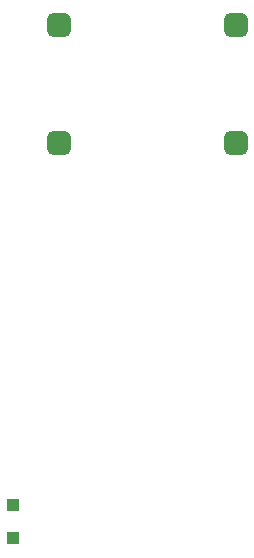
<source format=gtp>
G04 #@! TF.GenerationSoftware,KiCad,Pcbnew,9.0.3*
G04 #@! TF.CreationDate,2026-02-04T16:51:12-05:00*
G04 #@! TF.ProjectId,ControlBoard_v1,436f6e74-726f-46c4-926f-6172645f7631,rev?*
G04 #@! TF.SameCoordinates,Original*
G04 #@! TF.FileFunction,Paste,Top*
G04 #@! TF.FilePolarity,Positive*
%FSLAX46Y46*%
G04 Gerber Fmt 4.6, Leading zero omitted, Abs format (unit mm)*
G04 Created by KiCad (PCBNEW 9.0.3) date 2026-02-04 16:51:12*
%MOMM*%
%LPD*%
G01*
G04 APERTURE LIST*
G04 Aperture macros list*
%AMRoundRect*
0 Rectangle with rounded corners*
0 $1 Rounding radius*
0 $2 $3 $4 $5 $6 $7 $8 $9 X,Y pos of 4 corners*
0 Add a 4 corners polygon primitive as box body*
4,1,4,$2,$3,$4,$5,$6,$7,$8,$9,$2,$3,0*
0 Add four circle primitives for the rounded corners*
1,1,$1+$1,$2,$3*
1,1,$1+$1,$4,$5*
1,1,$1+$1,$6,$7*
1,1,$1+$1,$8,$9*
0 Add four rect primitives between the rounded corners*
20,1,$1+$1,$2,$3,$4,$5,0*
20,1,$1+$1,$4,$5,$6,$7,0*
20,1,$1+$1,$6,$7,$8,$9,0*
20,1,$1+$1,$8,$9,$2,$3,0*%
G04 Aperture macros list end*
%ADD10RoundRect,0.250000X0.300000X-0.300000X0.300000X0.300000X-0.300000X0.300000X-0.300000X-0.300000X0*%
%ADD11RoundRect,0.500000X0.500000X-0.500000X0.500000X0.500000X-0.500000X0.500000X-0.500000X-0.500000X0*%
G04 APERTURE END LIST*
D10*
X158496000Y-95968000D03*
X158496000Y-93168000D03*
D11*
X177430000Y-62484000D03*
X177430000Y-52484000D03*
X162430000Y-62484000D03*
X162430000Y-52484000D03*
M02*

</source>
